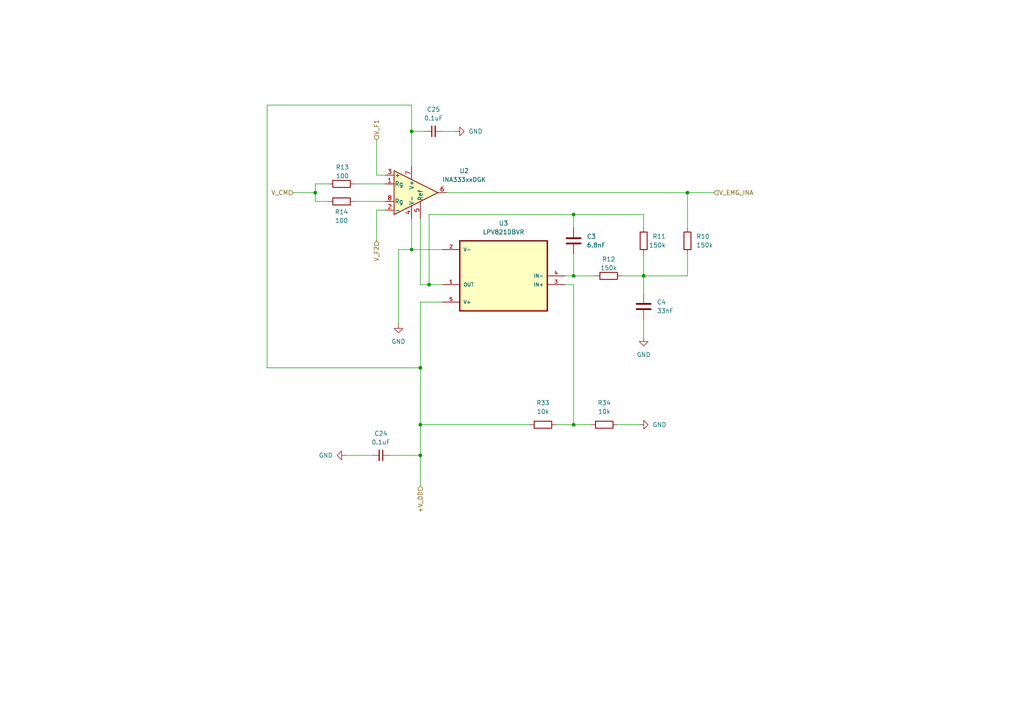
<source format=kicad_sch>
(kicad_sch
	(version 20231120)
	(generator "eeschema")
	(generator_version "8.0")
	(uuid "44df8d61-7913-4de1-8634-444bcc70d23d")
	(paper "A4")
	(lib_symbols
		(symbol "Amplifier_Instrumentation:INA333xxDGK"
			(pin_names
				(offset 0.127)
			)
			(exclude_from_sim no)
			(in_bom yes)
			(on_board yes)
			(property "Reference" "U"
				(at 3.81 3.175 0)
				(effects
					(font
						(size 1.27 1.27)
					)
					(justify left)
				)
			)
			(property "Value" "INA333xxDGK"
				(at 3.81 -3.175 0)
				(effects
					(font
						(size 1.27 1.27)
					)
					(justify left)
				)
			)
			(property "Footprint" "Package_SO:VSSOP-8_3x3mm_P0.65mm"
				(at 0 -7.62 0)
				(effects
					(font
						(size 1.27 1.27)
					)
					(hide yes)
				)
			)
			(property "Datasheet" "https://www.ti.com/lit/ds/symlink/ina333.pdf"
				(at 2.54 0 0)
				(effects
					(font
						(size 1.27 1.27)
					)
					(hide yes)
				)
			)
			(property "Description" "Zero Drift, Micropower Instrumentation Amplifier G = 1 + 100kOhm/Rg, VSSOP-8"
				(at 0 0 0)
				(effects
					(font
						(size 1.27 1.27)
					)
					(hide yes)
				)
			)
			(property "ki_keywords" "instrumentation opamp amplifier"
				(at 0 0 0)
				(effects
					(font
						(size 1.27 1.27)
					)
					(hide yes)
				)
			)
			(property "ki_fp_filters" "VSSOP*3x3mm*P0.65mm*"
				(at 0 0 0)
				(effects
					(font
						(size 1.27 1.27)
					)
					(hide yes)
				)
			)
			(symbol "INA333xxDGK_0_1"
				(polyline
					(pts
						(xy 7.62 0) (xy -5.08 6.35) (xy -5.08 -6.35) (xy 7.62 0)
					)
					(stroke
						(width 0.254)
						(type default)
					)
					(fill
						(type background)
					)
				)
			)
			(symbol "INA333xxDGK_1_1"
				(pin passive line
					(at -7.62 2.54 0)
					(length 2.54)
					(name "Rg"
						(effects
							(font
								(size 1.27 1.27)
							)
						)
					)
					(number "1"
						(effects
							(font
								(size 1.27 1.27)
							)
						)
					)
				)
				(pin input line
					(at -7.62 -5.08 0)
					(length 2.54)
					(name "-"
						(effects
							(font
								(size 1.27 1.27)
							)
						)
					)
					(number "2"
						(effects
							(font
								(size 1.27 1.27)
							)
						)
					)
				)
				(pin input line
					(at -7.62 5.08 0)
					(length 2.54)
					(name "+"
						(effects
							(font
								(size 1.27 1.27)
							)
						)
					)
					(number "3"
						(effects
							(font
								(size 1.27 1.27)
							)
						)
					)
				)
				(pin power_in line
					(at 0 -7.62 90)
					(length 3.81)
					(name "V-"
						(effects
							(font
								(size 1.27 1.27)
							)
						)
					)
					(number "4"
						(effects
							(font
								(size 1.27 1.27)
							)
						)
					)
				)
				(pin input line
					(at 2.54 -7.62 90)
					(length 5.08)
					(name "Ref"
						(effects
							(font
								(size 1.27 1.27)
							)
						)
					)
					(number "5"
						(effects
							(font
								(size 1.27 1.27)
							)
						)
					)
				)
				(pin output line
					(at 10.16 0 180)
					(length 2.54)
					(name "~"
						(effects
							(font
								(size 1.27 1.27)
							)
						)
					)
					(number "6"
						(effects
							(font
								(size 1.27 1.27)
							)
						)
					)
				)
				(pin power_in line
					(at 0 7.62 270)
					(length 3.81)
					(name "V+"
						(effects
							(font
								(size 1.27 1.27)
							)
						)
					)
					(number "7"
						(effects
							(font
								(size 1.27 1.27)
							)
						)
					)
				)
				(pin passive line
					(at -7.62 -2.54 0)
					(length 2.54)
					(name "Rg"
						(effects
							(font
								(size 1.27 1.27)
							)
						)
					)
					(number "8"
						(effects
							(font
								(size 1.27 1.27)
							)
						)
					)
				)
			)
		)
		(symbol "Device:C"
			(pin_numbers hide)
			(pin_names
				(offset 0.254)
			)
			(exclude_from_sim no)
			(in_bom yes)
			(on_board yes)
			(property "Reference" "C"
				(at 0.635 2.54 0)
				(effects
					(font
						(size 1.27 1.27)
					)
					(justify left)
				)
			)
			(property "Value" "C"
				(at 0.635 -2.54 0)
				(effects
					(font
						(size 1.27 1.27)
					)
					(justify left)
				)
			)
			(property "Footprint" ""
				(at 0.9652 -3.81 0)
				(effects
					(font
						(size 1.27 1.27)
					)
					(hide yes)
				)
			)
			(property "Datasheet" "~"
				(at 0 0 0)
				(effects
					(font
						(size 1.27 1.27)
					)
					(hide yes)
				)
			)
			(property "Description" "Unpolarized capacitor"
				(at 0 0 0)
				(effects
					(font
						(size 1.27 1.27)
					)
					(hide yes)
				)
			)
			(property "ki_keywords" "cap capacitor"
				(at 0 0 0)
				(effects
					(font
						(size 1.27 1.27)
					)
					(hide yes)
				)
			)
			(property "ki_fp_filters" "C_*"
				(at 0 0 0)
				(effects
					(font
						(size 1.27 1.27)
					)
					(hide yes)
				)
			)
			(symbol "C_0_1"
				(polyline
					(pts
						(xy -2.032 -0.762) (xy 2.032 -0.762)
					)
					(stroke
						(width 0.508)
						(type default)
					)
					(fill
						(type none)
					)
				)
				(polyline
					(pts
						(xy -2.032 0.762) (xy 2.032 0.762)
					)
					(stroke
						(width 0.508)
						(type default)
					)
					(fill
						(type none)
					)
				)
			)
			(symbol "C_1_1"
				(pin passive line
					(at 0 3.81 270)
					(length 2.794)
					(name "~"
						(effects
							(font
								(size 1.27 1.27)
							)
						)
					)
					(number "1"
						(effects
							(font
								(size 1.27 1.27)
							)
						)
					)
				)
				(pin passive line
					(at 0 -3.81 90)
					(length 2.794)
					(name "~"
						(effects
							(font
								(size 1.27 1.27)
							)
						)
					)
					(number "2"
						(effects
							(font
								(size 1.27 1.27)
							)
						)
					)
				)
			)
		)
		(symbol "Device:C_Small"
			(pin_numbers hide)
			(pin_names
				(offset 0.254) hide)
			(exclude_from_sim no)
			(in_bom yes)
			(on_board yes)
			(property "Reference" "C"
				(at 0.254 1.778 0)
				(effects
					(font
						(size 1.27 1.27)
					)
					(justify left)
				)
			)
			(property "Value" "C_Small"
				(at 0.254 -2.032 0)
				(effects
					(font
						(size 1.27 1.27)
					)
					(justify left)
				)
			)
			(property "Footprint" ""
				(at 0 0 0)
				(effects
					(font
						(size 1.27 1.27)
					)
					(hide yes)
				)
			)
			(property "Datasheet" "~"
				(at 0 0 0)
				(effects
					(font
						(size 1.27 1.27)
					)
					(hide yes)
				)
			)
			(property "Description" "Unpolarized capacitor, small symbol"
				(at 0 0 0)
				(effects
					(font
						(size 1.27 1.27)
					)
					(hide yes)
				)
			)
			(property "ki_keywords" "capacitor cap"
				(at 0 0 0)
				(effects
					(font
						(size 1.27 1.27)
					)
					(hide yes)
				)
			)
			(property "ki_fp_filters" "C_*"
				(at 0 0 0)
				(effects
					(font
						(size 1.27 1.27)
					)
					(hide yes)
				)
			)
			(symbol "C_Small_0_1"
				(polyline
					(pts
						(xy -1.524 -0.508) (xy 1.524 -0.508)
					)
					(stroke
						(width 0.3302)
						(type default)
					)
					(fill
						(type none)
					)
				)
				(polyline
					(pts
						(xy -1.524 0.508) (xy 1.524 0.508)
					)
					(stroke
						(width 0.3048)
						(type default)
					)
					(fill
						(type none)
					)
				)
			)
			(symbol "C_Small_1_1"
				(pin passive line
					(at 0 2.54 270)
					(length 2.032)
					(name "~"
						(effects
							(font
								(size 1.27 1.27)
							)
						)
					)
					(number "1"
						(effects
							(font
								(size 1.27 1.27)
							)
						)
					)
				)
				(pin passive line
					(at 0 -2.54 90)
					(length 2.032)
					(name "~"
						(effects
							(font
								(size 1.27 1.27)
							)
						)
					)
					(number "2"
						(effects
							(font
								(size 1.27 1.27)
							)
						)
					)
				)
			)
		)
		(symbol "Device:R"
			(pin_numbers hide)
			(pin_names
				(offset 0)
			)
			(exclude_from_sim no)
			(in_bom yes)
			(on_board yes)
			(property "Reference" "R"
				(at 2.032 0 90)
				(effects
					(font
						(size 1.27 1.27)
					)
				)
			)
			(property "Value" "R"
				(at 0 0 90)
				(effects
					(font
						(size 1.27 1.27)
					)
				)
			)
			(property "Footprint" ""
				(at -1.778 0 90)
				(effects
					(font
						(size 1.27 1.27)
					)
					(hide yes)
				)
			)
			(property "Datasheet" "~"
				(at 0 0 0)
				(effects
					(font
						(size 1.27 1.27)
					)
					(hide yes)
				)
			)
			(property "Description" "Resistor"
				(at 0 0 0)
				(effects
					(font
						(size 1.27 1.27)
					)
					(hide yes)
				)
			)
			(property "ki_keywords" "R res resistor"
				(at 0 0 0)
				(effects
					(font
						(size 1.27 1.27)
					)
					(hide yes)
				)
			)
			(property "ki_fp_filters" "R_*"
				(at 0 0 0)
				(effects
					(font
						(size 1.27 1.27)
					)
					(hide yes)
				)
			)
			(symbol "R_0_1"
				(rectangle
					(start -1.016 -2.54)
					(end 1.016 2.54)
					(stroke
						(width 0.254)
						(type default)
					)
					(fill
						(type none)
					)
				)
			)
			(symbol "R_1_1"
				(pin passive line
					(at 0 3.81 270)
					(length 1.27)
					(name "~"
						(effects
							(font
								(size 1.27 1.27)
							)
						)
					)
					(number "1"
						(effects
							(font
								(size 1.27 1.27)
							)
						)
					)
				)
				(pin passive line
					(at 0 -3.81 90)
					(length 1.27)
					(name "~"
						(effects
							(font
								(size 1.27 1.27)
							)
						)
					)
					(number "2"
						(effects
							(font
								(size 1.27 1.27)
							)
						)
					)
				)
			)
		)
		(symbol "LPV821DBVR:LPV821DBVR"
			(pin_names
				(offset 1.016)
			)
			(exclude_from_sim no)
			(in_bom yes)
			(on_board yes)
			(property "Reference" "U"
				(at -12.7 11.1506 0)
				(effects
					(font
						(size 1.27 1.27)
					)
					(justify left bottom)
				)
			)
			(property "Value" "LPV821DBVR"
				(at -12.7 -14.1478 0)
				(effects
					(font
						(size 1.27 1.27)
					)
					(justify left bottom)
				)
			)
			(property "Footprint" "SOT95P280X145-5N"
				(at 0 0 0)
				(effects
					(font
						(size 1.27 1.27)
					)
					(justify left bottom)
					(hide yes)
				)
			)
			(property "Datasheet" ""
				(at 0 0 0)
				(effects
					(font
						(size 1.27 1.27)
					)
					(justify left bottom)
					(hide yes)
				)
			)
			(property "Description" ""
				(at 0 0 0)
				(effects
					(font
						(size 1.27 1.27)
					)
					(hide yes)
				)
			)
			(property "MF" "Texas Instruments"
				(at 0 0 0)
				(effects
					(font
						(size 1.27 1.27)
					)
					(justify left bottom)
					(hide yes)
				)
			)
			(property "Description_1" "\\n650nA, Precision Zero-Drift Nanopower Amplifier\\n"
				(at 0 0 0)
				(effects
					(font
						(size 1.27 1.27)
					)
					(justify left bottom)
					(hide yes)
				)
			)
			(property "Package" "SOT-23-5 Texas Instruments"
				(at 0 0 0)
				(effects
					(font
						(size 1.27 1.27)
					)
					(justify left bottom)
					(hide yes)
				)
			)
			(property "Price" "None"
				(at 0 0 0)
				(effects
					(font
						(size 1.27 1.27)
					)
					(justify left bottom)
					(hide yes)
				)
			)
			(property "SnapEDA_Link" "https://www.snapeda.com/parts/LPV821DBVR/Texas+Instruments/view-part/?ref=snap"
				(at 0 0 0)
				(effects
					(font
						(size 1.27 1.27)
					)
					(justify left bottom)
					(hide yes)
				)
			)
			(property "MP" "LPV821DBVR"
				(at 0 0 0)
				(effects
					(font
						(size 1.27 1.27)
					)
					(justify left bottom)
					(hide yes)
				)
			)
			(property "Purchase-URL" "https://www.snapeda.com/api/url_track_click_mouser/?unipart_id=2773057&manufacturer=Texas Instruments&part_name=LPV821DBVR&search_term=None"
				(at 0 0 0)
				(effects
					(font
						(size 1.27 1.27)
					)
					(justify left bottom)
					(hide yes)
				)
			)
			(property "Availability" "In Stock"
				(at 0 0 0)
				(effects
					(font
						(size 1.27 1.27)
					)
					(justify left bottom)
					(hide yes)
				)
			)
			(property "Check_prices" "https://www.snapeda.com/parts/LPV821DBVR/Texas+Instruments/view-part/?ref=eda"
				(at 0 0 0)
				(effects
					(font
						(size 1.27 1.27)
					)
					(justify left bottom)
					(hide yes)
				)
			)
			(property "ki_locked" ""
				(at 0 0 0)
				(effects
					(font
						(size 1.27 1.27)
					)
				)
			)
			(symbol "LPV821DBVR_0_0"
				(rectangle
					(start -12.7 -10.16)
					(end 12.7 10.16)
					(stroke
						(width 0.4064)
						(type solid)
					)
					(fill
						(type background)
					)
				)
				(pin output line
					(at 17.78 2.54 180)
					(length 5.08)
					(name "OUT"
						(effects
							(font
								(size 1.016 1.016)
							)
						)
					)
					(number "1"
						(effects
							(font
								(size 1.016 1.016)
							)
						)
					)
				)
				(pin power_in line
					(at 17.78 -7.62 180)
					(length 5.08)
					(name "V-"
						(effects
							(font
								(size 1.016 1.016)
							)
						)
					)
					(number "2"
						(effects
							(font
								(size 1.016 1.016)
							)
						)
					)
				)
				(pin input line
					(at -17.78 2.54 0)
					(length 5.08)
					(name "IN+"
						(effects
							(font
								(size 1.016 1.016)
							)
						)
					)
					(number "3"
						(effects
							(font
								(size 1.016 1.016)
							)
						)
					)
				)
				(pin input line
					(at -17.78 0 0)
					(length 5.08)
					(name "IN-"
						(effects
							(font
								(size 1.016 1.016)
							)
						)
					)
					(number "4"
						(effects
							(font
								(size 1.016 1.016)
							)
						)
					)
				)
				(pin power_in line
					(at 17.78 7.62 180)
					(length 5.08)
					(name "V+"
						(effects
							(font
								(size 1.016 1.016)
							)
						)
					)
					(number "5"
						(effects
							(font
								(size 1.016 1.016)
							)
						)
					)
				)
			)
		)
		(symbol "power:GND"
			(power)
			(pin_numbers hide)
			(pin_names
				(offset 0) hide)
			(exclude_from_sim no)
			(in_bom yes)
			(on_board yes)
			(property "Reference" "#PWR"
				(at 0 -6.35 0)
				(effects
					(font
						(size 1.27 1.27)
					)
					(hide yes)
				)
			)
			(property "Value" "GND"
				(at 0 -3.81 0)
				(effects
					(font
						(size 1.27 1.27)
					)
				)
			)
			(property "Footprint" ""
				(at 0 0 0)
				(effects
					(font
						(size 1.27 1.27)
					)
					(hide yes)
				)
			)
			(property "Datasheet" ""
				(at 0 0 0)
				(effects
					(font
						(size 1.27 1.27)
					)
					(hide yes)
				)
			)
			(property "Description" "Power symbol creates a global label with name \"GND\" , ground"
				(at 0 0 0)
				(effects
					(font
						(size 1.27 1.27)
					)
					(hide yes)
				)
			)
			(property "ki_keywords" "global power"
				(at 0 0 0)
				(effects
					(font
						(size 1.27 1.27)
					)
					(hide yes)
				)
			)
			(symbol "GND_0_1"
				(polyline
					(pts
						(xy 0 0) (xy 0 -1.27) (xy 1.27 -1.27) (xy 0 -2.54) (xy -1.27 -1.27) (xy 0 -1.27)
					)
					(stroke
						(width 0)
						(type default)
					)
					(fill
						(type none)
					)
				)
			)
			(symbol "GND_1_1"
				(pin power_in line
					(at 0 0 270)
					(length 0)
					(name "~"
						(effects
							(font
								(size 1.27 1.27)
							)
						)
					)
					(number "1"
						(effects
							(font
								(size 1.27 1.27)
							)
						)
					)
				)
			)
		)
	)
	(junction
		(at 91.44 55.88)
		(diameter 0)
		(color 0 0 0 0)
		(uuid "00a773af-0de3-45b3-8b75-ba2c5037ee81")
	)
	(junction
		(at 121.92 132.08)
		(diameter 0)
		(color 0 0 0 0)
		(uuid "05ecbd4d-2163-4226-88cd-37ba87ffcff3")
	)
	(junction
		(at 166.37 123.19)
		(diameter 0)
		(color 0 0 0 0)
		(uuid "061a4b05-09ab-458e-b0b2-05c4dd7abff8")
	)
	(junction
		(at 121.92 123.19)
		(diameter 0)
		(color 0 0 0 0)
		(uuid "1197e692-28f5-4a49-985e-d717b5254472")
	)
	(junction
		(at 124.46 82.55)
		(diameter 0)
		(color 0 0 0 0)
		(uuid "180edfe9-d53f-441c-9ae0-17dbcaf48064")
	)
	(junction
		(at 186.69 80.01)
		(diameter 0)
		(color 0 0 0 0)
		(uuid "255e07aa-3905-4b7c-b287-72cd841886fa")
	)
	(junction
		(at 121.92 106.68)
		(diameter 0)
		(color 0 0 0 0)
		(uuid "557daad1-1180-4f66-92cb-00c56393727e")
	)
	(junction
		(at 166.37 62.23)
		(diameter 0)
		(color 0 0 0 0)
		(uuid "a85dcb6e-6de7-49c5-9a23-b0615d0b4de0")
	)
	(junction
		(at 119.38 38.1)
		(diameter 0)
		(color 0 0 0 0)
		(uuid "b05363d7-9e21-4093-8bef-666ac07d9ceb")
	)
	(junction
		(at 166.37 80.01)
		(diameter 0)
		(color 0 0 0 0)
		(uuid "ced3913c-4c91-4e53-aa41-906f405b797b")
	)
	(junction
		(at 199.39 55.88)
		(diameter 0)
		(color 0 0 0 0)
		(uuid "df9f0995-32ab-4e6f-a4f0-9bcce58a15e6")
	)
	(junction
		(at 119.38 72.39)
		(diameter 0)
		(color 0 0 0 0)
		(uuid "f82cf8b4-1b8a-494f-8ea1-0d63c66a56ab")
	)
	(wire
		(pts
			(xy 166.37 123.19) (xy 171.45 123.19)
		)
		(stroke
			(width 0)
			(type default)
		)
		(uuid "03eae0da-620c-4c72-ad7c-27ee7abaff3d")
	)
	(wire
		(pts
			(xy 128.27 87.63) (xy 121.92 87.63)
		)
		(stroke
			(width 0)
			(type default)
		)
		(uuid "04674ae3-f477-4022-8172-114aa2d60181")
	)
	(wire
		(pts
			(xy 128.27 82.55) (xy 124.46 82.55)
		)
		(stroke
			(width 0)
			(type default)
		)
		(uuid "0774cb4c-b263-4222-b40d-b974a57d05dc")
	)
	(wire
		(pts
			(xy 109.22 69.85) (xy 109.22 60.96)
		)
		(stroke
			(width 0)
			(type default)
		)
		(uuid "0872aa4f-9450-4423-9534-1d4906c37bcc")
	)
	(wire
		(pts
			(xy 119.38 38.1) (xy 119.38 48.26)
		)
		(stroke
			(width 0)
			(type default)
		)
		(uuid "0a0f89ff-0298-4fc3-bd38-a10445b31193")
	)
	(wire
		(pts
			(xy 113.03 132.08) (xy 121.92 132.08)
		)
		(stroke
			(width 0)
			(type default)
		)
		(uuid "0bee9ec9-3846-498d-b861-87d240696733")
	)
	(wire
		(pts
			(xy 109.22 50.8) (xy 111.76 50.8)
		)
		(stroke
			(width 0)
			(type default)
		)
		(uuid "0dcd368c-ff0d-4f23-a733-848d26ad7c8e")
	)
	(wire
		(pts
			(xy 91.44 53.34) (xy 95.25 53.34)
		)
		(stroke
			(width 0)
			(type default)
		)
		(uuid "17d77358-0a72-4e7d-b7f1-aa2bca9fe490")
	)
	(wire
		(pts
			(xy 199.39 80.01) (xy 199.39 73.66)
		)
		(stroke
			(width 0)
			(type default)
		)
		(uuid "1fde1943-79c8-4fe4-8f5e-0d0b9f3c1bf6")
	)
	(wire
		(pts
			(xy 180.34 80.01) (xy 186.69 80.01)
		)
		(stroke
			(width 0)
			(type default)
		)
		(uuid "25361c7d-6078-4a20-9db6-fa4383c504e5")
	)
	(wire
		(pts
			(xy 128.27 72.39) (xy 119.38 72.39)
		)
		(stroke
			(width 0)
			(type default)
		)
		(uuid "34bd6445-de49-47e5-8dd5-1dd2629211a0")
	)
	(wire
		(pts
			(xy 179.07 123.19) (xy 185.42 123.19)
		)
		(stroke
			(width 0)
			(type default)
		)
		(uuid "3bb3852a-38cb-4e09-9a95-6a55dcc5c9b7")
	)
	(wire
		(pts
			(xy 163.83 80.01) (xy 166.37 80.01)
		)
		(stroke
			(width 0)
			(type default)
		)
		(uuid "44d2c985-f6e8-4e4e-832d-3d3677a8e69b")
	)
	(wire
		(pts
			(xy 121.92 132.08) (xy 121.92 123.19)
		)
		(stroke
			(width 0)
			(type default)
		)
		(uuid "4ccc089d-83b2-4df7-88b8-c9a890bf8db8")
	)
	(wire
		(pts
			(xy 199.39 55.88) (xy 199.39 66.04)
		)
		(stroke
			(width 0)
			(type default)
		)
		(uuid "51333264-89c4-4cdd-a994-bc7f48e25264")
	)
	(wire
		(pts
			(xy 199.39 55.88) (xy 207.01 55.88)
		)
		(stroke
			(width 0)
			(type default)
		)
		(uuid "555aa07e-4bbe-46e2-b3ff-41e88785d761")
	)
	(wire
		(pts
			(xy 91.44 58.42) (xy 95.25 58.42)
		)
		(stroke
			(width 0)
			(type default)
		)
		(uuid "58f911aa-53ba-4df6-9eb1-f36eb80e05ac")
	)
	(wire
		(pts
			(xy 186.69 73.66) (xy 186.69 80.01)
		)
		(stroke
			(width 0)
			(type default)
		)
		(uuid "59da7dc7-6ffc-487d-ab70-2f833db66307")
	)
	(wire
		(pts
			(xy 115.57 72.39) (xy 115.57 93.98)
		)
		(stroke
			(width 0)
			(type default)
		)
		(uuid "5b523f01-690f-4274-80ad-7cd3c272e0a7")
	)
	(wire
		(pts
			(xy 166.37 62.23) (xy 166.37 66.04)
		)
		(stroke
			(width 0)
			(type default)
		)
		(uuid "5d437bef-8d2e-41e6-85bc-3407c8887484")
	)
	(wire
		(pts
			(xy 166.37 80.01) (xy 172.72 80.01)
		)
		(stroke
			(width 0)
			(type default)
		)
		(uuid "5f765496-3e12-40a0-ab48-b414bcfbbc2f")
	)
	(wire
		(pts
			(xy 119.38 72.39) (xy 115.57 72.39)
		)
		(stroke
			(width 0)
			(type default)
		)
		(uuid "69c58148-d312-4674-b69d-1103e75f8e59")
	)
	(wire
		(pts
			(xy 166.37 62.23) (xy 186.69 62.23)
		)
		(stroke
			(width 0)
			(type default)
		)
		(uuid "6e26fff3-48f0-4ff0-b3e4-abd0b67d52d0")
	)
	(wire
		(pts
			(xy 186.69 80.01) (xy 199.39 80.01)
		)
		(stroke
			(width 0)
			(type default)
		)
		(uuid "6e2dda83-80fe-4045-a44d-6b7fca450fbd")
	)
	(wire
		(pts
			(xy 121.92 132.08) (xy 121.92 140.97)
		)
		(stroke
			(width 0)
			(type default)
		)
		(uuid "700e04fb-ef7c-4af1-8f34-e8d458b2c53d")
	)
	(wire
		(pts
			(xy 109.22 40.64) (xy 109.22 50.8)
		)
		(stroke
			(width 0)
			(type default)
		)
		(uuid "72f6ea13-7ca1-409a-b4b3-660331fe72df")
	)
	(wire
		(pts
			(xy 121.92 87.63) (xy 121.92 106.68)
		)
		(stroke
			(width 0)
			(type default)
		)
		(uuid "76e9d087-9e85-449b-9545-0becb1d73991")
	)
	(wire
		(pts
			(xy 91.44 55.88) (xy 91.44 53.34)
		)
		(stroke
			(width 0)
			(type default)
		)
		(uuid "77d53cb6-b86f-41ed-8746-3d949262296d")
	)
	(wire
		(pts
			(xy 119.38 63.5) (xy 119.38 72.39)
		)
		(stroke
			(width 0)
			(type default)
		)
		(uuid "873c6274-4133-41d6-a74d-9656f043deb5")
	)
	(wire
		(pts
			(xy 186.69 92.71) (xy 186.69 97.79)
		)
		(stroke
			(width 0)
			(type default)
		)
		(uuid "8b6424b2-a2a5-46db-864f-7e27dc455fa3")
	)
	(wire
		(pts
			(xy 85.09 55.88) (xy 91.44 55.88)
		)
		(stroke
			(width 0)
			(type default)
		)
		(uuid "908709c6-5a32-49b6-899e-d9e0e1f38fc4")
	)
	(wire
		(pts
			(xy 123.19 38.1) (xy 119.38 38.1)
		)
		(stroke
			(width 0)
			(type default)
		)
		(uuid "9a9881d5-3630-4717-9299-6f41daf0b603")
	)
	(wire
		(pts
			(xy 119.38 30.48) (xy 119.38 38.1)
		)
		(stroke
			(width 0)
			(type default)
		)
		(uuid "a0c757c1-474b-4518-8cc4-74dcb790a13b")
	)
	(wire
		(pts
			(xy 91.44 55.88) (xy 91.44 58.42)
		)
		(stroke
			(width 0)
			(type default)
		)
		(uuid "a664f96f-8be5-4b74-8446-99a178249199")
	)
	(wire
		(pts
			(xy 109.22 60.96) (xy 111.76 60.96)
		)
		(stroke
			(width 0)
			(type default)
		)
		(uuid "a9e12d91-49cb-4129-a7cd-bfe8657aab4b")
	)
	(wire
		(pts
			(xy 121.92 123.19) (xy 153.67 123.19)
		)
		(stroke
			(width 0)
			(type default)
		)
		(uuid "b14ca44f-d355-4530-921a-52b69acbcd76")
	)
	(wire
		(pts
			(xy 186.69 62.23) (xy 186.69 66.04)
		)
		(stroke
			(width 0)
			(type default)
		)
		(uuid "b7b34912-93bc-4add-ae6f-8dc398ec6962")
	)
	(wire
		(pts
			(xy 121.92 82.55) (xy 121.92 63.5)
		)
		(stroke
			(width 0)
			(type default)
		)
		(uuid "bac013c1-b565-4af5-aabe-d8d77e286fe0")
	)
	(wire
		(pts
			(xy 102.87 58.42) (xy 111.76 58.42)
		)
		(stroke
			(width 0)
			(type default)
		)
		(uuid "be0cb745-8ca8-4d96-9252-07055a7db88d")
	)
	(wire
		(pts
			(xy 124.46 82.55) (xy 121.92 82.55)
		)
		(stroke
			(width 0)
			(type default)
		)
		(uuid "c1dacdda-4ec8-4350-a1fe-53d1d32b2660")
	)
	(wire
		(pts
			(xy 121.92 106.68) (xy 77.47 106.68)
		)
		(stroke
			(width 0)
			(type default)
		)
		(uuid "c92c0d49-4d62-4f6a-bbde-eb061426bc4e")
	)
	(wire
		(pts
			(xy 102.87 53.34) (xy 111.76 53.34)
		)
		(stroke
			(width 0)
			(type default)
		)
		(uuid "c94e2846-9fe7-4d69-8869-0100a77ec65d")
	)
	(wire
		(pts
			(xy 77.47 30.48) (xy 119.38 30.48)
		)
		(stroke
			(width 0)
			(type default)
		)
		(uuid "cd01c7e3-f6ab-47bf-abd9-91985bb1bd7f")
	)
	(wire
		(pts
			(xy 121.92 106.68) (xy 121.92 123.19)
		)
		(stroke
			(width 0)
			(type default)
		)
		(uuid "cd7221b6-bbd1-44fc-8740-d0f0f4479ce3")
	)
	(wire
		(pts
			(xy 128.27 38.1) (xy 132.08 38.1)
		)
		(stroke
			(width 0)
			(type default)
		)
		(uuid "d8d90153-cfb9-449d-b9fa-77e88bc1b384")
	)
	(wire
		(pts
			(xy 161.29 123.19) (xy 166.37 123.19)
		)
		(stroke
			(width 0)
			(type default)
		)
		(uuid "e1ec8688-583e-453d-b99f-45a7fb643146")
	)
	(wire
		(pts
			(xy 186.69 80.01) (xy 186.69 85.09)
		)
		(stroke
			(width 0)
			(type default)
		)
		(uuid "e523ddbd-de69-47f6-99c3-2b840a8533de")
	)
	(wire
		(pts
			(xy 124.46 82.55) (xy 124.46 62.23)
		)
		(stroke
			(width 0)
			(type default)
		)
		(uuid "e593d2f5-230b-460f-8b02-5f20ab1365ea")
	)
	(wire
		(pts
			(xy 124.46 62.23) (xy 166.37 62.23)
		)
		(stroke
			(width 0)
			(type default)
		)
		(uuid "eb4b9803-8caf-4562-8b9e-00fd9e6ff5fc")
	)
	(wire
		(pts
			(xy 163.83 82.55) (xy 166.37 82.55)
		)
		(stroke
			(width 0)
			(type default)
		)
		(uuid "ec2a2acc-064b-479a-ac87-b78528683ddb")
	)
	(wire
		(pts
			(xy 77.47 106.68) (xy 77.47 30.48)
		)
		(stroke
			(width 0)
			(type default)
		)
		(uuid "ef84a6b5-5d61-44fb-bbb5-abe135726e52")
	)
	(wire
		(pts
			(xy 107.95 132.08) (xy 100.33 132.08)
		)
		(stroke
			(width 0)
			(type default)
		)
		(uuid "f417513b-478b-4a64-bd1a-878f4dcb959a")
	)
	(wire
		(pts
			(xy 129.54 55.88) (xy 199.39 55.88)
		)
		(stroke
			(width 0)
			(type default)
		)
		(uuid "f7d55c5f-7839-46b7-98d9-88b708f8c9fb")
	)
	(wire
		(pts
			(xy 166.37 82.55) (xy 166.37 123.19)
		)
		(stroke
			(width 0)
			(type default)
		)
		(uuid "fd827e63-0209-44f3-80eb-f0ab3314b736")
	)
	(wire
		(pts
			(xy 166.37 73.66) (xy 166.37 80.01)
		)
		(stroke
			(width 0)
			(type default)
		)
		(uuid "fdce4474-cbb4-4d5f-8b3f-bda1c7edc514")
	)
	(hierarchical_label "V_CM"
		(shape input)
		(at 85.09 55.88 180)
		(fields_autoplaced yes)
		(effects
			(font
				(size 1.27 1.27)
			)
			(justify right)
		)
		(uuid "3a2a6bcf-50a1-4488-a40e-32cd7828c7c8")
	)
	(hierarchical_label "V_EMG_INA"
		(shape input)
		(at 207.01 55.88 0)
		(fields_autoplaced yes)
		(effects
			(font
				(size 1.27 1.27)
			)
			(justify left)
		)
		(uuid "45adf1a9-c6f5-484c-aeff-0fcf63ec1532")
	)
	(hierarchical_label "+V_DD"
		(shape input)
		(at 121.92 140.97 270)
		(fields_autoplaced yes)
		(effects
			(font
				(size 1.27 1.27)
			)
			(justify right)
		)
		(uuid "5af92fde-02ec-4206-b0f4-eab41cb3a0e5")
	)
	(hierarchical_label "V_F2"
		(shape input)
		(at 109.22 69.85 270)
		(fields_autoplaced yes)
		(effects
			(font
				(size 1.27 1.27)
			)
			(justify right)
		)
		(uuid "9bd50624-0a01-44de-a923-84c8a4d939c2")
	)
	(hierarchical_label "V_F1"
		(shape input)
		(at 109.22 40.64 90)
		(fields_autoplaced yes)
		(effects
			(font
				(size 1.27 1.27)
			)
			(justify left)
		)
		(uuid "d5c74d7d-5892-47c7-9b45-604978e27fcc")
	)
	(symbol
		(lib_id "power:GND")
		(at 186.69 97.79 0)
		(unit 1)
		(exclude_from_sim no)
		(in_bom yes)
		(on_board yes)
		(dnp no)
		(fields_autoplaced yes)
		(uuid "1f039e3e-5cad-47eb-aef1-b2a2bafe5143")
		(property "Reference" "#PWR014"
			(at 186.69 104.14 0)
			(effects
				(font
					(size 1.27 1.27)
				)
				(hide yes)
			)
		)
		(property "Value" "GND"
			(at 186.69 102.87 0)
			(effects
				(font
					(size 1.27 1.27)
				)
			)
		)
		(property "Footprint" ""
			(at 186.69 97.79 0)
			(effects
				(font
					(size 1.27 1.27)
				)
				(hide yes)
			)
		)
		(property "Datasheet" ""
			(at 186.69 97.79 0)
			(effects
				(font
					(size 1.27 1.27)
				)
				(hide yes)
			)
		)
		(property "Description" "Power symbol creates a global label with name \"GND\" , ground"
			(at 186.69 97.79 0)
			(effects
				(font
					(size 1.27 1.27)
				)
				(hide yes)
			)
		)
		(pin "1"
			(uuid "1b71ee38-2113-4aca-9d3a-cd5444bc11ff")
		)
		(instances
			(project ""
				(path "/26861adc-1ddf-4c37-9f8b-8db1c0839771/190e8daf-ffdb-4cbc-86a8-05377b040767/ee6da384-2a51-46fd-9ef1-0e50994f466c"
					(reference "#PWR014")
					(unit 1)
				)
			)
		)
	)
	(symbol
		(lib_id "Device:R")
		(at 157.48 123.19 90)
		(unit 1)
		(exclude_from_sim no)
		(in_bom yes)
		(on_board yes)
		(dnp no)
		(fields_autoplaced yes)
		(uuid "23c908ae-640d-474f-b5c0-32d3af0ed882")
		(property "Reference" "R33"
			(at 157.48 116.84 90)
			(effects
				(font
					(size 1.27 1.27)
				)
			)
		)
		(property "Value" "10k"
			(at 157.48 119.38 90)
			(effects
				(font
					(size 1.27 1.27)
				)
			)
		)
		(property "Footprint" "Resistor_SMD:R_0402_1005Metric"
			(at 157.48 124.968 90)
			(effects
				(font
					(size 1.27 1.27)
				)
				(hide yes)
			)
		)
		(property "Datasheet" "~"
			(at 157.48 123.19 0)
			(effects
				(font
					(size 1.27 1.27)
				)
				(hide yes)
			)
		)
		(property "Description" "Resistor"
			(at 157.48 123.19 0)
			(effects
				(font
					(size 1.27 1.27)
				)
				(hide yes)
			)
		)
		(pin "1"
			(uuid "4a242ead-958b-4492-a439-4c9af927ecc4")
		)
		(pin "2"
			(uuid "8f6abde7-1281-4010-92db-8a85ec6284df")
		)
		(instances
			(project ""
				(path "/26861adc-1ddf-4c37-9f8b-8db1c0839771/190e8daf-ffdb-4cbc-86a8-05377b040767/ee6da384-2a51-46fd-9ef1-0e50994f466c"
					(reference "R33")
					(unit 1)
				)
			)
		)
	)
	(symbol
		(lib_id "Device:R")
		(at 99.06 58.42 90)
		(unit 1)
		(exclude_from_sim no)
		(in_bom yes)
		(on_board yes)
		(dnp no)
		(uuid "26ab6163-fef9-463f-a3f1-fe7fae066a96")
		(property "Reference" "R14"
			(at 99.06 61.468 90)
			(effects
				(font
					(size 1.27 1.27)
				)
			)
		)
		(property "Value" "100"
			(at 99.06 64.008 90)
			(effects
				(font
					(size 1.27 1.27)
				)
			)
		)
		(property "Footprint" "Resistor_SMD:R_0402_1005Metric"
			(at 99.06 60.198 90)
			(effects
				(font
					(size 1.27 1.27)
				)
				(hide yes)
			)
		)
		(property "Datasheet" "~"
			(at 99.06 58.42 0)
			(effects
				(font
					(size 1.27 1.27)
				)
				(hide yes)
			)
		)
		(property "Description" "Resistor"
			(at 99.06 58.42 0)
			(effects
				(font
					(size 1.27 1.27)
				)
				(hide yes)
			)
		)
		(pin "2"
			(uuid "452ac7b8-e683-4153-9541-764833f4ed4b")
		)
		(pin "1"
			(uuid "099c0480-8878-44be-bc29-fccc1c2a847b")
		)
		(instances
			(project "EMG_amplifier"
				(path "/26861adc-1ddf-4c37-9f8b-8db1c0839771/190e8daf-ffdb-4cbc-86a8-05377b040767/ee6da384-2a51-46fd-9ef1-0e50994f466c"
					(reference "R14")
					(unit 1)
				)
			)
		)
	)
	(symbol
		(lib_id "Device:C_Small")
		(at 110.49 132.08 270)
		(unit 1)
		(exclude_from_sim no)
		(in_bom yes)
		(on_board yes)
		(dnp no)
		(fields_autoplaced yes)
		(uuid "331d991f-ce2c-440b-862f-063f62f35d40")
		(property "Reference" "C24"
			(at 110.4836 125.73 90)
			(effects
				(font
					(size 1.27 1.27)
				)
			)
		)
		(property "Value" "0.1uF"
			(at 110.4836 128.27 90)
			(effects
				(font
					(size 1.27 1.27)
				)
			)
		)
		(property "Footprint" "Capacitor_SMD:C_0402_1005Metric"
			(at 110.49 132.08 0)
			(effects
				(font
					(size 1.27 1.27)
				)
				(hide yes)
			)
		)
		(property "Datasheet" "~"
			(at 110.49 132.08 0)
			(effects
				(font
					(size 1.27 1.27)
				)
				(hide yes)
			)
		)
		(property "Description" "Unpolarized capacitor, small symbol"
			(at 110.49 132.08 0)
			(effects
				(font
					(size 1.27 1.27)
				)
				(hide yes)
			)
		)
		(pin "1"
			(uuid "79bd7e97-f468-4dbf-ae53-6da1ea175943")
		)
		(pin "2"
			(uuid "04adfa8f-fce0-4fb3-b8d7-77f7a84b6936")
		)
		(instances
			(project "EMG_amplifier"
				(path "/26861adc-1ddf-4c37-9f8b-8db1c0839771/190e8daf-ffdb-4cbc-86a8-05377b040767/ee6da384-2a51-46fd-9ef1-0e50994f466c"
					(reference "C24")
					(unit 1)
				)
			)
		)
	)
	(symbol
		(lib_id "power:GND")
		(at 185.42 123.19 90)
		(unit 1)
		(exclude_from_sim no)
		(in_bom yes)
		(on_board yes)
		(dnp no)
		(fields_autoplaced yes)
		(uuid "52ac0d81-1068-40c1-8fcd-34ec008a89a1")
		(property "Reference" "#PWR016"
			(at 191.77 123.19 0)
			(effects
				(font
					(size 1.27 1.27)
				)
				(hide yes)
			)
		)
		(property "Value" "GND"
			(at 189.23 123.1899 90)
			(effects
				(font
					(size 1.27 1.27)
				)
				(justify right)
			)
		)
		(property "Footprint" ""
			(at 185.42 123.19 0)
			(effects
				(font
					(size 1.27 1.27)
				)
				(hide yes)
			)
		)
		(property "Datasheet" ""
			(at 185.42 123.19 0)
			(effects
				(font
					(size 1.27 1.27)
				)
				(hide yes)
			)
		)
		(property "Description" "Power symbol creates a global label with name \"GND\" , ground"
			(at 185.42 123.19 0)
			(effects
				(font
					(size 1.27 1.27)
				)
				(hide yes)
			)
		)
		(pin "1"
			(uuid "82a86b5e-a5a4-4780-9c65-f427f6c75021")
		)
		(instances
			(project ""
				(path "/26861adc-1ddf-4c37-9f8b-8db1c0839771/190e8daf-ffdb-4cbc-86a8-05377b040767/ee6da384-2a51-46fd-9ef1-0e50994f466c"
					(reference "#PWR016")
					(unit 1)
				)
			)
		)
	)
	(symbol
		(lib_id "Device:C_Small")
		(at 125.73 38.1 90)
		(unit 1)
		(exclude_from_sim no)
		(in_bom yes)
		(on_board yes)
		(dnp no)
		(fields_autoplaced yes)
		(uuid "5ce0a01b-ba84-4a6e-b4b4-3940ee1ba9eb")
		(property "Reference" "C25"
			(at 125.7363 31.75 90)
			(effects
				(font
					(size 1.27 1.27)
				)
			)
		)
		(property "Value" "0.1uF"
			(at 125.7363 34.29 90)
			(effects
				(font
					(size 1.27 1.27)
				)
			)
		)
		(property "Footprint" "Capacitor_SMD:C_0402_1005Metric"
			(at 125.73 38.1 0)
			(effects
				(font
					(size 1.27 1.27)
				)
				(hide yes)
			)
		)
		(property "Datasheet" "~"
			(at 125.73 38.1 0)
			(effects
				(font
					(size 1.27 1.27)
				)
				(hide yes)
			)
		)
		(property "Description" "Unpolarized capacitor, small symbol"
			(at 125.73 38.1 0)
			(effects
				(font
					(size 1.27 1.27)
				)
				(hide yes)
			)
		)
		(pin "1"
			(uuid "979a8e35-3375-45df-91c5-96c0fa62d60d")
		)
		(pin "2"
			(uuid "b12de630-b39c-4073-9ccc-030257c73ab7")
		)
		(instances
			(project "EMG_amplifier"
				(path "/26861adc-1ddf-4c37-9f8b-8db1c0839771/190e8daf-ffdb-4cbc-86a8-05377b040767/ee6da384-2a51-46fd-9ef1-0e50994f466c"
					(reference "C25")
					(unit 1)
				)
			)
		)
	)
	(symbol
		(lib_id "LPV821DBVR:LPV821DBVR")
		(at 146.05 80.01 180)
		(unit 1)
		(exclude_from_sim no)
		(in_bom yes)
		(on_board yes)
		(dnp no)
		(fields_autoplaced yes)
		(uuid "6ac5aad7-ca48-48eb-8545-ec0ccab11193")
		(property "Reference" "U3"
			(at 146.05 64.77 0)
			(effects
				(font
					(size 1.27 1.27)
				)
			)
		)
		(property "Value" "LPV821DBVR"
			(at 146.05 67.31 0)
			(effects
				(font
					(size 1.27 1.27)
				)
			)
		)
		(property "Footprint" "Package_TO_SOT_SMD:SOT-23-5"
			(at 146.05 80.01 0)
			(effects
				(font
					(size 1.27 1.27)
				)
				(justify left bottom)
				(hide yes)
			)
		)
		(property "Datasheet" ""
			(at 146.05 80.01 0)
			(effects
				(font
					(size 1.27 1.27)
				)
				(justify left bottom)
				(hide yes)
			)
		)
		(property "Description" ""
			(at 146.05 80.01 0)
			(effects
				(font
					(size 1.27 1.27)
				)
				(hide yes)
			)
		)
		(property "MF" "Texas Instruments"
			(at 146.05 80.01 0)
			(effects
				(font
					(size 1.27 1.27)
				)
				(justify left bottom)
				(hide yes)
			)
		)
		(property "Description_1" "\\n650nA, Precision Zero-Drift Nanopower Amplifier\\n"
			(at 146.05 80.01 0)
			(effects
				(font
					(size 1.27 1.27)
				)
				(justify left bottom)
				(hide yes)
			)
		)
		(property "Package" "SOT-23-5 Texas Instruments"
			(at 146.05 80.01 0)
			(effects
				(font
					(size 1.27 1.27)
				)
				(justify left bottom)
				(hide yes)
			)
		)
		(property "Price" "None"
			(at 146.05 80.01 0)
			(effects
				(font
					(size 1.27 1.27)
				)
				(justify left bottom)
				(hide yes)
			)
		)
		(property "SnapEDA_Link" "https://www.snapeda.com/parts/LPV821DBVR/Texas+Instruments/view-part/?ref=snap"
			(at 146.05 80.01 0)
			(effects
				(font
					(size 1.27 1.27)
				)
				(justify left bottom)
				(hide yes)
			)
		)
		(property "MP" "LPV821DBVR"
			(at 146.05 80.01 0)
			(effects
				(font
					(size 1.27 1.27)
				)
				(justify left bottom)
				(hide yes)
			)
		)
		(property "Purchase-URL" "https://www.snapeda.com/api/url_track_click_mouser/?unipart_id=2773057&manufacturer=Texas Instruments&part_name=LPV821DBVR&search_term=None"
			(at 146.05 80.01 0)
			(effects
				(font
					(size 1.27 1.27)
				)
				(justify left bottom)
				(hide yes)
			)
		)
		(property "Availability" "In Stock"
			(at 146.05 80.01 0)
			(effects
				(font
					(size 1.27 1.27)
				)
				(justify left bottom)
				(hide yes)
			)
		)
		(property "Check_prices" "https://www.snapeda.com/parts/LPV821DBVR/Texas+Instruments/view-part/?ref=eda"
			(at 146.05 80.01 0)
			(effects
				(font
					(size 1.27 1.27)
				)
				(justify left bottom)
				(hide yes)
			)
		)
		(pin "4"
			(uuid "118a9b2f-9b77-47eb-a437-95721bde1dcb")
		)
		(pin "3"
			(uuid "533ad627-8035-47c6-8f2d-3c546b1a4b42")
		)
		(pin "1"
			(uuid "f1d962dc-5923-4a21-b32c-fdcd829484de")
		)
		(pin "5"
			(uuid "8ec73ad2-0d73-465b-9082-7698c203dfeb")
		)
		(pin "2"
			(uuid "c06770a0-5e03-4d9c-a87b-3159756dc313")
		)
		(instances
			(project "EMG_amplifier"
				(path "/26861adc-1ddf-4c37-9f8b-8db1c0839771/190e8daf-ffdb-4cbc-86a8-05377b040767/ee6da384-2a51-46fd-9ef1-0e50994f466c"
					(reference "U3")
					(unit 1)
				)
			)
		)
	)
	(symbol
		(lib_id "Device:R")
		(at 175.26 123.19 90)
		(unit 1)
		(exclude_from_sim no)
		(in_bom yes)
		(on_board yes)
		(dnp no)
		(fields_autoplaced yes)
		(uuid "6e42e029-5006-4009-ad83-008b139035f9")
		(property "Reference" "R34"
			(at 175.26 116.84 90)
			(effects
				(font
					(size 1.27 1.27)
				)
			)
		)
		(property "Value" "10k"
			(at 175.26 119.38 90)
			(effects
				(font
					(size 1.27 1.27)
				)
			)
		)
		(property "Footprint" "Resistor_SMD:R_0402_1005Metric"
			(at 175.26 124.968 90)
			(effects
				(font
					(size 1.27 1.27)
				)
				(hide yes)
			)
		)
		(property "Datasheet" "~"
			(at 175.26 123.19 0)
			(effects
				(font
					(size 1.27 1.27)
				)
				(hide yes)
			)
		)
		(property "Description" "Resistor"
			(at 175.26 123.19 0)
			(effects
				(font
					(size 1.27 1.27)
				)
				(hide yes)
			)
		)
		(pin "2"
			(uuid "8ce19e6c-0f63-4825-85ea-ca142dd0439e")
		)
		(pin "1"
			(uuid "b0486dac-fe5d-4ea3-b91e-5a989c2a7daf")
		)
		(instances
			(project ""
				(path "/26861adc-1ddf-4c37-9f8b-8db1c0839771/190e8daf-ffdb-4cbc-86a8-05377b040767/ee6da384-2a51-46fd-9ef1-0e50994f466c"
					(reference "R34")
					(unit 1)
				)
			)
		)
	)
	(symbol
		(lib_id "Device:R")
		(at 199.39 69.85 180)
		(unit 1)
		(exclude_from_sim no)
		(in_bom yes)
		(on_board yes)
		(dnp no)
		(fields_autoplaced yes)
		(uuid "707887b4-80f2-4e4e-aae9-e646b5d84f24")
		(property "Reference" "R10"
			(at 201.93 68.5799 0)
			(effects
				(font
					(size 1.27 1.27)
				)
				(justify right)
			)
		)
		(property "Value" "150k"
			(at 201.93 71.1199 0)
			(effects
				(font
					(size 1.27 1.27)
				)
				(justify right)
			)
		)
		(property "Footprint" "Resistor_SMD:R_0402_1005Metric"
			(at 201.168 69.85 90)
			(effects
				(font
					(size 1.27 1.27)
				)
				(hide yes)
			)
		)
		(property "Datasheet" "~"
			(at 199.39 69.85 0)
			(effects
				(font
					(size 1.27 1.27)
				)
				(hide yes)
			)
		)
		(property "Description" "Resistor"
			(at 199.39 69.85 0)
			(effects
				(font
					(size 1.27 1.27)
				)
				(hide yes)
			)
		)
		(pin "2"
			(uuid "8c6e24b1-cb9a-4cf2-80bf-c2243c445239")
		)
		(pin "1"
			(uuid "e985491c-a2da-49be-9fc5-ec9d4b0d9749")
		)
		(instances
			(project "EMG_amplifier"
				(path "/26861adc-1ddf-4c37-9f8b-8db1c0839771/190e8daf-ffdb-4cbc-86a8-05377b040767/ee6da384-2a51-46fd-9ef1-0e50994f466c"
					(reference "R10")
					(unit 1)
				)
			)
		)
	)
	(symbol
		(lib_id "Device:C")
		(at 186.69 88.9 0)
		(unit 1)
		(exclude_from_sim no)
		(in_bom yes)
		(on_board yes)
		(dnp no)
		(fields_autoplaced yes)
		(uuid "9a8111b5-3b36-40fa-b397-93b524ef72c8")
		(property "Reference" "C4"
			(at 190.5 87.6299 0)
			(effects
				(font
					(size 1.27 1.27)
				)
				(justify left)
			)
		)
		(property "Value" "33nF"
			(at 190.5 90.1699 0)
			(effects
				(font
					(size 1.27 1.27)
				)
				(justify left)
			)
		)
		(property "Footprint" "Capacitor_SMD:C_0805_2012Metric"
			(at 187.6552 92.71 0)
			(effects
				(font
					(size 1.27 1.27)
				)
				(hide yes)
			)
		)
		(property "Datasheet" "~"
			(at 186.69 88.9 0)
			(effects
				(font
					(size 1.27 1.27)
				)
				(hide yes)
			)
		)
		(property "Description" "Unpolarized capacitor"
			(at 186.69 88.9 0)
			(effects
				(font
					(size 1.27 1.27)
				)
				(hide yes)
			)
		)
		(pin "2"
			(uuid "258328e9-d5b2-4d20-969d-0b6206d928cf")
		)
		(pin "1"
			(uuid "d924ad40-f922-4f35-86c6-6aff7a98d26d")
		)
		(instances
			(project "EMG_amplifier"
				(path "/26861adc-1ddf-4c37-9f8b-8db1c0839771/190e8daf-ffdb-4cbc-86a8-05377b040767/ee6da384-2a51-46fd-9ef1-0e50994f466c"
					(reference "C4")
					(unit 1)
				)
			)
		)
	)
	(symbol
		(lib_id "power:GND")
		(at 115.57 93.98 0)
		(unit 1)
		(exclude_from_sim no)
		(in_bom yes)
		(on_board yes)
		(dnp no)
		(fields_autoplaced yes)
		(uuid "9bb7c323-8cdf-4d65-82cb-9f47773dbd76")
		(property "Reference" "#PWR015"
			(at 115.57 100.33 0)
			(effects
				(font
					(size 1.27 1.27)
				)
				(hide yes)
			)
		)
		(property "Value" "GND"
			(at 115.57 99.06 0)
			(effects
				(font
					(size 1.27 1.27)
				)
			)
		)
		(property "Footprint" ""
			(at 115.57 93.98 0)
			(effects
				(font
					(size 1.27 1.27)
				)
				(hide yes)
			)
		)
		(property "Datasheet" ""
			(at 115.57 93.98 0)
			(effects
				(font
					(size 1.27 1.27)
				)
				(hide yes)
			)
		)
		(property "Description" "Power symbol creates a global label with name \"GND\" , ground"
			(at 115.57 93.98 0)
			(effects
				(font
					(size 1.27 1.27)
				)
				(hide yes)
			)
		)
		(pin "1"
			(uuid "38582a65-55b3-417d-b85c-fc32310b9f1d")
		)
		(instances
			(project ""
				(path "/26861adc-1ddf-4c37-9f8b-8db1c0839771/190e8daf-ffdb-4cbc-86a8-05377b040767/ee6da384-2a51-46fd-9ef1-0e50994f466c"
					(reference "#PWR015")
					(unit 1)
				)
			)
		)
	)
	(symbol
		(lib_id "power:GND")
		(at 100.33 132.08 270)
		(unit 1)
		(exclude_from_sim no)
		(in_bom yes)
		(on_board yes)
		(dnp no)
		(fields_autoplaced yes)
		(uuid "9c5c7a96-ee5f-4232-988d-c4dfcd97f62a")
		(property "Reference" "#PWR010"
			(at 93.98 132.08 0)
			(effects
				(font
					(size 1.27 1.27)
				)
				(hide yes)
			)
		)
		(property "Value" "GND"
			(at 96.52 132.0801 90)
			(effects
				(font
					(size 1.27 1.27)
				)
				(justify right)
			)
		)
		(property "Footprint" ""
			(at 100.33 132.08 0)
			(effects
				(font
					(size 1.27 1.27)
				)
				(hide yes)
			)
		)
		(property "Datasheet" ""
			(at 100.33 132.08 0)
			(effects
				(font
					(size 1.27 1.27)
				)
				(hide yes)
			)
		)
		(property "Description" "Power symbol creates a global label with name \"GND\" , ground"
			(at 100.33 132.08 0)
			(effects
				(font
					(size 1.27 1.27)
				)
				(hide yes)
			)
		)
		(pin "1"
			(uuid "fce44c51-55b7-40f7-b7e0-c5c880e3f68b")
		)
		(instances
			(project "EMG_amplifier"
				(path "/26861adc-1ddf-4c37-9f8b-8db1c0839771/190e8daf-ffdb-4cbc-86a8-05377b040767/ee6da384-2a51-46fd-9ef1-0e50994f466c"
					(reference "#PWR010")
					(unit 1)
				)
			)
		)
	)
	(symbol
		(lib_id "Device:R")
		(at 186.69 69.85 180)
		(unit 1)
		(exclude_from_sim no)
		(in_bom yes)
		(on_board yes)
		(dnp no)
		(uuid "a060ff50-0683-49c4-9012-2620b5287dfd")
		(property "Reference" "R11"
			(at 189.23 68.5799 0)
			(effects
				(font
					(size 1.27 1.27)
				)
				(justify right)
			)
		)
		(property "Value" "150k"
			(at 188.214 71.12 0)
			(effects
				(font
					(size 1.27 1.27)
				)
				(justify right)
			)
		)
		(property "Footprint" "Resistor_SMD:R_0402_1005Metric"
			(at 188.468 69.85 90)
			(effects
				(font
					(size 1.27 1.27)
				)
				(hide yes)
			)
		)
		(property "Datasheet" "~"
			(at 186.69 69.85 0)
			(effects
				(font
					(size 1.27 1.27)
				)
				(hide yes)
			)
		)
		(property "Description" "Resistor"
			(at 186.69 69.85 0)
			(effects
				(font
					(size 1.27 1.27)
				)
				(hide yes)
			)
		)
		(pin "2"
			(uuid "94678956-c034-4d4c-b2a6-54df2bcdcb79")
		)
		(pin "1"
			(uuid "e7dbb407-b614-4625-be69-8a167058ee46")
		)
		(instances
			(project "EMG_amplifier"
				(path "/26861adc-1ddf-4c37-9f8b-8db1c0839771/190e8daf-ffdb-4cbc-86a8-05377b040767/ee6da384-2a51-46fd-9ef1-0e50994f466c"
					(reference "R11")
					(unit 1)
				)
			)
		)
	)
	(symbol
		(lib_id "power:GND")
		(at 132.08 38.1 90)
		(unit 1)
		(exclude_from_sim no)
		(in_bom yes)
		(on_board yes)
		(dnp no)
		(fields_autoplaced yes)
		(uuid "ad9fc575-cf22-4b92-8e19-9343d26743ff")
		(property "Reference" "#PWR023"
			(at 138.43 38.1 0)
			(effects
				(font
					(size 1.27 1.27)
				)
				(hide yes)
			)
		)
		(property "Value" "GND"
			(at 135.89 38.0999 90)
			(effects
				(font
					(size 1.27 1.27)
				)
				(justify right)
			)
		)
		(property "Footprint" ""
			(at 132.08 38.1 0)
			(effects
				(font
					(size 1.27 1.27)
				)
				(hide yes)
			)
		)
		(property "Datasheet" ""
			(at 132.08 38.1 0)
			(effects
				(font
					(size 1.27 1.27)
				)
				(hide yes)
			)
		)
		(property "Description" "Power symbol creates a global label with name \"GND\" , ground"
			(at 132.08 38.1 0)
			(effects
				(font
					(size 1.27 1.27)
				)
				(hide yes)
			)
		)
		(pin "1"
			(uuid "58d07915-7502-4daa-b2b6-b41f7ac3597a")
		)
		(instances
			(project "EMG_amplifier"
				(path "/26861adc-1ddf-4c37-9f8b-8db1c0839771/190e8daf-ffdb-4cbc-86a8-05377b040767/ee6da384-2a51-46fd-9ef1-0e50994f466c"
					(reference "#PWR023")
					(unit 1)
				)
			)
		)
	)
	(symbol
		(lib_id "Device:C")
		(at 166.37 69.85 0)
		(unit 1)
		(exclude_from_sim no)
		(in_bom yes)
		(on_board yes)
		(dnp no)
		(fields_autoplaced yes)
		(uuid "b12f055c-1575-458f-b453-6e939fe7ee75")
		(property "Reference" "C3"
			(at 170.18 68.5799 0)
			(effects
				(font
					(size 1.27 1.27)
				)
				(justify left)
			)
		)
		(property "Value" "6.8nF"
			(at 170.18 71.1199 0)
			(effects
				(font
					(size 1.27 1.27)
				)
				(justify left)
			)
		)
		(property "Footprint" "Capacitor_SMD:C_0603_1608Metric"
			(at 167.3352 73.66 0)
			(effects
				(font
					(size 1.27 1.27)
				)
				(hide yes)
			)
		)
		(property "Datasheet" "~"
			(at 166.37 69.85 0)
			(effects
				(font
					(size 1.27 1.27)
				)
				(hide yes)
			)
		)
		(property "Description" "Unpolarized capacitor"
			(at 166.37 69.85 0)
			(effects
				(font
					(size 1.27 1.27)
				)
				(hide yes)
			)
		)
		(pin "2"
			(uuid "20ff80eb-166c-4990-8810-2e2f900315b3")
		)
		(pin "1"
			(uuid "b7420c2f-e994-4b27-9beb-d6f6c32a6979")
		)
		(instances
			(project "EMG_amplifier"
				(path "/26861adc-1ddf-4c37-9f8b-8db1c0839771/190e8daf-ffdb-4cbc-86a8-05377b040767/ee6da384-2a51-46fd-9ef1-0e50994f466c"
					(reference "C3")
					(unit 1)
				)
			)
		)
	)
	(symbol
		(lib_id "Device:R")
		(at 176.53 80.01 90)
		(unit 1)
		(exclude_from_sim no)
		(in_bom yes)
		(on_board yes)
		(dnp no)
		(uuid "fc7c34b3-4262-4219-a12e-9e9f7c40d649")
		(property "Reference" "R12"
			(at 176.53 75.184 90)
			(effects
				(font
					(size 1.27 1.27)
				)
			)
		)
		(property "Value" "150k"
			(at 176.53 77.724 90)
			(effects
				(font
					(size 1.27 1.27)
				)
			)
		)
		(property "Footprint" "Resistor_SMD:R_0402_1005Metric"
			(at 176.53 81.788 90)
			(effects
				(font
					(size 1.27 1.27)
				)
				(hide yes)
			)
		)
		(property "Datasheet" "~"
			(at 176.53 80.01 0)
			(effects
				(font
					(size 1.27 1.27)
				)
				(hide yes)
			)
		)
		(property "Description" "Resistor"
			(at 176.53 80.01 0)
			(effects
				(font
					(size 1.27 1.27)
				)
				(hide yes)
			)
		)
		(pin "2"
			(uuid "ee09d80b-deff-4ca3-8b59-b0b651272854")
		)
		(pin "1"
			(uuid "8dbfcb6c-f55e-4828-a51c-fc0afe4449b9")
		)
		(instances
			(project "EMG_amplifier"
				(path "/26861adc-1ddf-4c37-9f8b-8db1c0839771/190e8daf-ffdb-4cbc-86a8-05377b040767/ee6da384-2a51-46fd-9ef1-0e50994f466c"
					(reference "R12")
					(unit 1)
				)
			)
		)
	)
	(symbol
		(lib_id "Device:R")
		(at 99.06 53.34 90)
		(unit 1)
		(exclude_from_sim no)
		(in_bom yes)
		(on_board yes)
		(dnp no)
		(uuid "fda17d64-d918-4f57-aa7a-feaedf911fbe")
		(property "Reference" "R13"
			(at 99.314 48.514 90)
			(effects
				(font
					(size 1.27 1.27)
				)
			)
		)
		(property "Value" "100"
			(at 99.314 51.054 90)
			(effects
				(font
					(size 1.27 1.27)
				)
			)
		)
		(property "Footprint" "Resistor_SMD:R_0402_1005Metric"
			(at 99.06 55.118 90)
			(effects
				(font
					(size 1.27 1.27)
				)
				(hide yes)
			)
		)
		(property "Datasheet" "~"
			(at 99.06 53.34 0)
			(effects
				(font
					(size 1.27 1.27)
				)
				(hide yes)
			)
		)
		(property "Description" "Resistor"
			(at 99.06 53.34 0)
			(effects
				(font
					(size 1.27 1.27)
				)
				(hide yes)
			)
		)
		(pin "2"
			(uuid "be3c24d1-530b-4a26-93c1-5702e7887aee")
		)
		(pin "1"
			(uuid "5710cf69-80ab-47d8-8df0-5c26cb8e3a47")
		)
		(instances
			(project "EMG_amplifier"
				(path "/26861adc-1ddf-4c37-9f8b-8db1c0839771/190e8daf-ffdb-4cbc-86a8-05377b040767/ee6da384-2a51-46fd-9ef1-0e50994f466c"
					(reference "R13")
					(unit 1)
				)
			)
		)
	)
	(symbol
		(lib_id "Amplifier_Instrumentation:INA333xxDGK")
		(at 119.38 55.88 0)
		(unit 1)
		(exclude_from_sim no)
		(in_bom yes)
		(on_board yes)
		(dnp no)
		(fields_autoplaced yes)
		(uuid "fdeac30e-7206-46aa-975b-9a2b7024c3b8")
		(property "Reference" "U2"
			(at 134.62 49.5614 0)
			(effects
				(font
					(size 1.27 1.27)
				)
			)
		)
		(property "Value" "INA333xxDGK"
			(at 134.62 52.1014 0)
			(effects
				(font
					(size 1.27 1.27)
				)
			)
		)
		(property "Footprint" "Package_SO:VSSOP-8_3x3mm_P0.65mm"
			(at 119.38 63.5 0)
			(effects
				(font
					(size 1.27 1.27)
				)
				(hide yes)
			)
		)
		(property "Datasheet" "https://www.ti.com/lit/ds/symlink/ina333.pdf"
			(at 121.92 55.88 0)
			(effects
				(font
					(size 1.27 1.27)
				)
				(hide yes)
			)
		)
		(property "Description" "Zero Drift, Micropower Instrumentation Amplifier G = 1 + 100kOhm/Rg, VSSOP-8"
			(at 119.38 55.88 0)
			(effects
				(font
					(size 1.27 1.27)
				)
				(hide yes)
			)
		)
		(pin "1"
			(uuid "876f87d9-780a-4ba2-b4f3-50a420178ba5")
		)
		(pin "3"
			(uuid "f4068490-8413-4517-b635-d38d2069e08d")
		)
		(pin "7"
			(uuid "335023fc-8734-4a57-9b0d-4c34e004d386")
		)
		(pin "8"
			(uuid "60450094-3829-46f6-94a8-2bf0341abd9e")
		)
		(pin "4"
			(uuid "3c152a33-0820-4eba-ab33-5c6a437af761")
		)
		(pin "6"
			(uuid "c158b80e-aae9-4d83-b537-6e207ef93a19")
		)
		(pin "5"
			(uuid "f90c81ff-7be7-42df-ba27-5cf9c6f9fb6a")
		)
		(pin "2"
			(uuid "0d5ac62e-09b5-43b5-aa33-73533df27974")
		)
		(instances
			(project "EMG_amplifier"
				(path "/26861adc-1ddf-4c37-9f8b-8db1c0839771/190e8daf-ffdb-4cbc-86a8-05377b040767/ee6da384-2a51-46fd-9ef1-0e50994f466c"
					(reference "U2")
					(unit 1)
				)
			)
		)
	)
)

</source>
